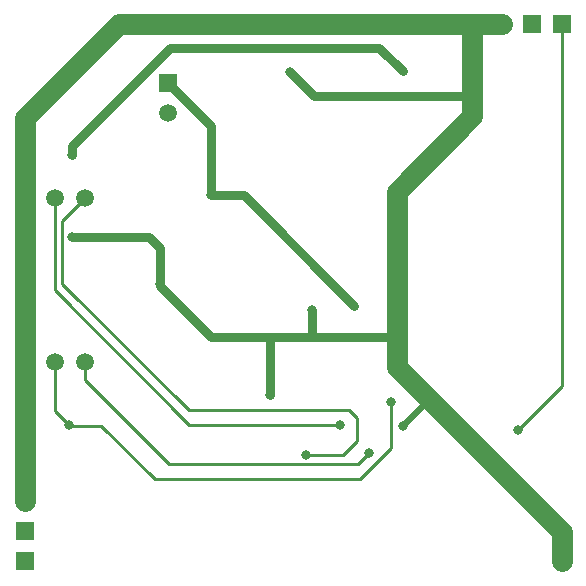
<source format=gbl>
%FSTAX24Y24*%
%MOIN*%
G70*
G01*
G75*
G04 Layer_Physical_Order=2*
G04 Layer_Color=16711680*
%ADD10R,0.0472X0.0256*%
%ADD11R,0.1575X0.0591*%
%ADD12R,0.0591X0.1575*%
%ADD13R,0.0315X0.0374*%
%ADD14R,0.0374X0.0315*%
%ADD15R,0.1063X0.0512*%
%ADD16R,0.1500X0.1100*%
%ADD17R,0.1575X0.2165*%
%ADD18R,0.0374X0.1004*%
%ADD19R,0.1299X0.1004*%
%ADD20R,0.2362X0.2598*%
%ADD21R,0.0591X0.0866*%
%ADD22R,0.1301X0.0801*%
%ADD23R,0.0866X0.0591*%
%ADD24R,0.2598X0.2362*%
%ADD25R,0.0256X0.0472*%
%ADD26O,0.0472X0.0217*%
%ADD27R,0.0472X0.0217*%
G04:AMPARAMS|DCode=28|XSize=21.7mil|YSize=47.2mil|CornerRadius=0mil|HoleSize=0mil|Usage=FLASHONLY|Rotation=90.000|XOffset=0mil|YOffset=0mil|HoleType=Round|Shape=Octagon|*
%AMOCTAGOND28*
4,1,8,-0.0236,-0.0054,-0.0236,0.0054,-0.0182,0.0108,0.0182,0.0108,0.0236,0.0054,0.0236,-0.0054,0.0182,-0.0108,-0.0182,-0.0108,-0.0236,-0.0054,0.0*
%
%ADD28OCTAGOND28*%

%ADD29O,0.0945X0.0236*%
%ADD30R,0.0945X0.0236*%
%ADD31R,0.0492X0.0630*%
%ADD32R,0.0630X0.0492*%
%ADD33C,0.0100*%
%ADD34C,0.0709*%
%ADD35C,0.0300*%
%ADD36R,0.0591X0.0591*%
%ADD37C,0.0591*%
%ADD38R,0.0591X0.0591*%
%ADD39C,0.0320*%
%ADD40C,0.0500*%
%ADD41C,0.0200*%
D33*
X040654Y025324D02*
Y037402D01*
X0253Y024016D02*
X027071Y022244D01*
X035074Y026969D02*
X035142Y0269D01*
X03489Y026969D02*
X035074D01*
X032355Y027004D02*
X03239Y026969D01*
X0392Y02387D02*
X040654Y025324D01*
X02821Y02405D02*
X03326D01*
X02375Y02449D02*
X02422Y02402D01*
X02375Y02449D02*
Y02615D01*
X034945Y023255D02*
Y024803D01*
X033934Y022244D02*
X034945Y023255D01*
X027071Y022244D02*
X033934D01*
X024118Y024016D02*
X0253D01*
X03385Y02274D02*
X03422Y02311D01*
X02756Y02274D02*
X03385D01*
X02475Y02555D02*
X02756Y02274D01*
X02475Y02555D02*
Y02615D01*
X03211Y02305D02*
X03335D01*
X03381Y02351D01*
Y02427D01*
X03356Y02452D02*
X03381Y02427D01*
X024Y03085D02*
X02474Y03159D01*
X02374Y02852D02*
Y03159D01*
Y02852D02*
X02821Y02405D01*
X024Y02873D02*
Y03085D01*
Y02873D02*
X02821Y02452D01*
X03356D01*
D34*
X037654Y037402D02*
X038654D01*
X022741Y021488D02*
Y022488D01*
X02589Y037402D02*
X037654D01*
X022741Y034252D02*
X02589Y037402D01*
X035142Y0269D02*
Y031102D01*
X040654Y019488D02*
Y020472D01*
X038292Y022835D02*
X040654Y020472D01*
X035142Y025984D02*
Y0269D01*
X036213Y024913D02*
X038292Y022835D01*
X035142Y025984D02*
X036213Y024913D01*
X037654Y03501D02*
Y037402D01*
X022741Y022488D02*
Y034252D01*
X035142Y031102D02*
Y031812D01*
X037654Y034324D01*
Y03501D01*
D35*
X034552Y036614D02*
X035339Y035827D01*
X03239Y026969D02*
X03489D01*
X028952D02*
X03099D01*
X027268Y028652D02*
X028952Y026969D01*
X027268Y028652D02*
Y02874D01*
Y029921D01*
X026874Y030315D02*
X027268Y029921D01*
X024315Y030315D02*
X026874D01*
X03231Y027048D02*
Y02787D01*
Y027048D02*
X032355Y027004D01*
X03099Y026969D02*
X03239D01*
X03093Y02504D02*
Y026909D01*
X03099Y026969D01*
X03004Y03169D02*
X03372Y02801D01*
X02752Y03544D02*
X02896Y034D01*
Y03169D02*
Y034D01*
Y03169D02*
X03004D01*
X031599Y03581D02*
X032399Y03501D01*
X02431Y03304D02*
Y03335D01*
X027574Y036614D01*
X034552D01*
X032399Y03501D02*
X037654D01*
D36*
X040654Y037402D02*
D03*
X039654D02*
D03*
X02274Y03159D02*
D03*
X02275Y02615D02*
D03*
D37*
X038654Y037402D02*
D03*
X037654D02*
D03*
X022741Y022488D02*
D03*
Y021488D02*
D03*
X02752Y03444D02*
D03*
X02374Y03159D02*
D03*
X02474D02*
D03*
X02475Y02615D02*
D03*
X02375D02*
D03*
D38*
X022741Y020488D02*
D03*
Y019488D02*
D03*
X02752Y03544D02*
D03*
D39*
X034945Y024803D02*
D03*
X027268Y029921D02*
D03*
Y02874D02*
D03*
X03231Y02787D02*
D03*
X03535Y024016D02*
D03*
X02422Y02402D02*
D03*
X024315Y030315D02*
D03*
X035339Y035827D02*
D03*
X02431Y03304D02*
D03*
X031599Y03581D02*
D03*
X03093Y02504D02*
D03*
X028952Y026969D02*
D03*
X02896Y03169D02*
D03*
X03372Y02801D02*
D03*
X0392Y02387D02*
D03*
X03211Y02305D02*
D03*
X03326Y02405D02*
D03*
X03422Y02311D02*
D03*
D40*
X035142Y031102D02*
D03*
X038292Y022835D02*
D03*
X040654Y019488D02*
D03*
D41*
X03535Y024016D02*
X036213Y024879D01*
Y024913D01*
M02*

</source>
